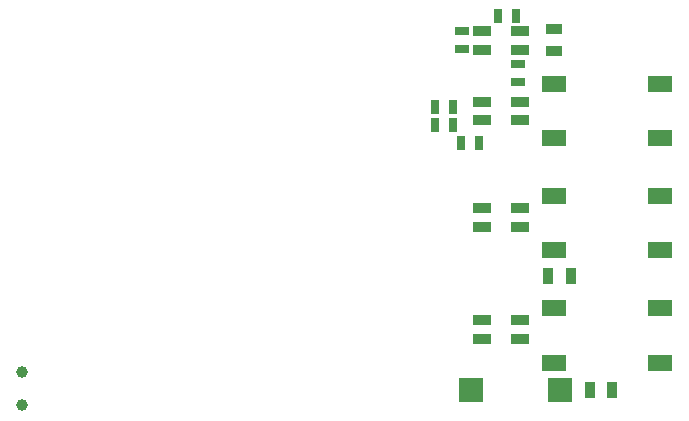
<source format=gts>
G04 (created by PCBNEW (2013-june-11)-stable) date St 3. září 2014, 22:49:41 CEST*
%MOIN*%
G04 Gerber Fmt 3.4, Leading zero omitted, Abs format*
%FSLAX34Y34*%
G01*
G70*
G90*
G04 APERTURE LIST*
%ADD10C,0.00590551*%
%ADD11R,0.0590551X0.0354331*%
%ADD12R,0.055X0.035*%
%ADD13R,0.035X0.055*%
%ADD14R,0.025X0.045*%
%ADD15R,0.045X0.025*%
%ADD16C,0.0393701*%
%ADD17R,0.0826772X0.0551181*%
%ADD18R,0.0787402X0.0787402*%
G04 APERTURE END LIST*
G54D10*
G54D11*
X71043Y-36496D03*
X71043Y-37125D03*
X69783Y-36496D03*
X69783Y-37125D03*
X71043Y-32755D03*
X71043Y-33385D03*
X69783Y-32755D03*
X69783Y-33385D03*
X71043Y-29212D03*
X71043Y-29842D03*
X69783Y-29212D03*
X69783Y-29842D03*
X71043Y-26850D03*
X71043Y-27480D03*
X69783Y-26850D03*
X69783Y-27480D03*
G54D12*
X72185Y-26790D03*
X72185Y-27540D03*
G54D13*
X72006Y-35039D03*
X72756Y-35039D03*
X73384Y-38818D03*
X74134Y-38818D03*
G54D14*
X68223Y-29389D03*
X68823Y-29389D03*
X70310Y-26377D03*
X70910Y-26377D03*
G54D15*
X69133Y-26865D03*
X69133Y-27465D03*
X71003Y-27948D03*
X71003Y-28548D03*
G54D14*
X68223Y-29980D03*
X68823Y-29980D03*
X69089Y-30590D03*
X69689Y-30590D03*
G54D16*
X54468Y-38228D03*
X54468Y-39330D03*
G54D17*
X72185Y-36102D03*
X75728Y-36102D03*
X72185Y-37913D03*
X75728Y-37913D03*
X72185Y-32362D03*
X75728Y-32362D03*
X72185Y-34173D03*
X75728Y-34173D03*
X72185Y-28622D03*
X75728Y-28622D03*
X72185Y-30433D03*
X75728Y-30433D03*
G54D18*
X72381Y-38838D03*
X69429Y-38838D03*
M02*

</source>
